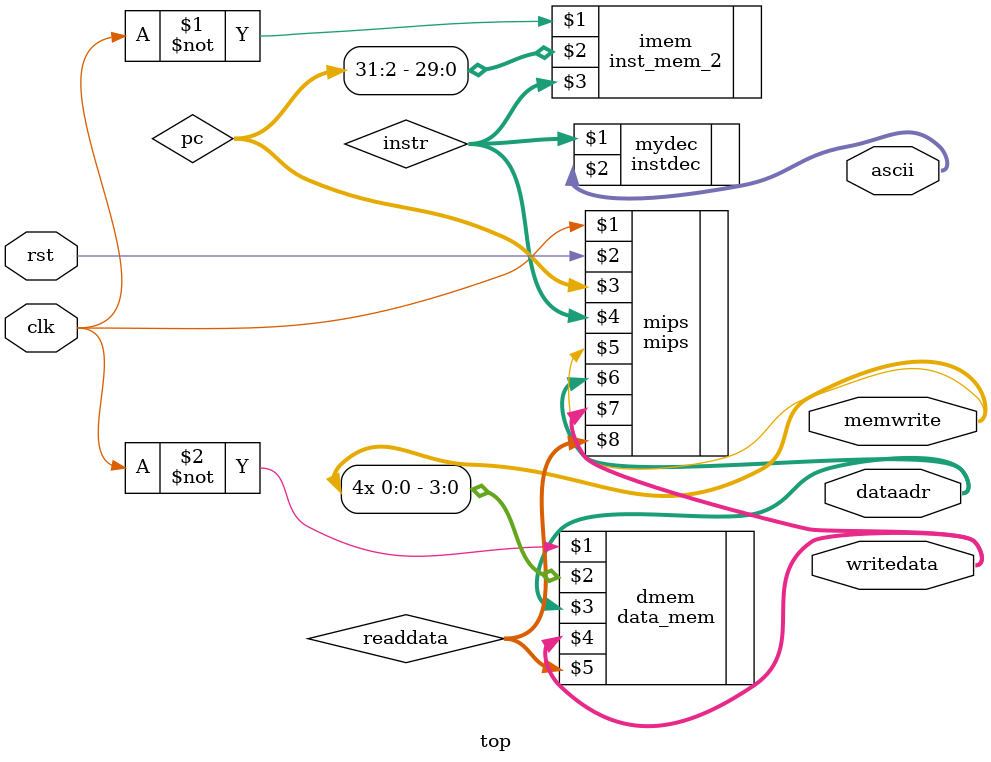
<source format=v>
`timescale 1ns / 1ps


module top(
	input wire clk,rst,
	output wire[31:0] writedata,dataadr,
	output wire memwrite,
	output wire[39:0] ascii
    );
	wire[31:0] pc,instr,readdata;
	mips mips(clk,rst,pc,instr,memwrite,dataadr,writedata,readdata);
	inst_mem_2 imem(~clk,pc[31:2],instr);
	data_mem dmem(~clk,{memwrite,memwrite,memwrite,memwrite},dataadr,writedata,readdata);
	instdec mydec(instr,ascii);
endmodule

</source>
